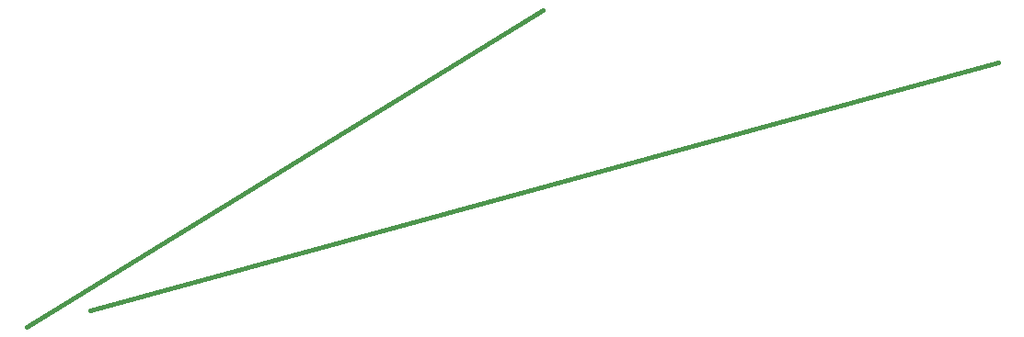
<source format=gbo>
G04 #@! TF.GenerationSoftware,KiCad,Pcbnew,(5.1.9)-1*
G04 #@! TF.CreationDate,2021-03-09T19:40:00-06:00*
G04 #@! TF.ProjectId,BDringController,42447269-6e67-4436-9f6e-74726f6c6c65,rev?*
G04 #@! TF.SameCoordinates,Original*
G04 #@! TF.FileFunction,Legend,Bot*
G04 #@! TF.FilePolarity,Positive*
%FSLAX46Y46*%
G04 Gerber Fmt 4.6, Leading zero omitted, Abs format (unit mm)*
G04 Created by KiCad (PCBNEW (5.1.9)-1) date 2021-03-09 19:40:00*
%MOMM*%
%LPD*%
G01*
G04 APERTURE LIST*
%ADD10C,0.381000*%
G04 APERTURE END LIST*
D10*
X73660000Y-106680000D02*
X157226000Y-83820000D01*
X67818000Y-108204000D02*
X115316000Y-78994000D01*
M02*

</source>
